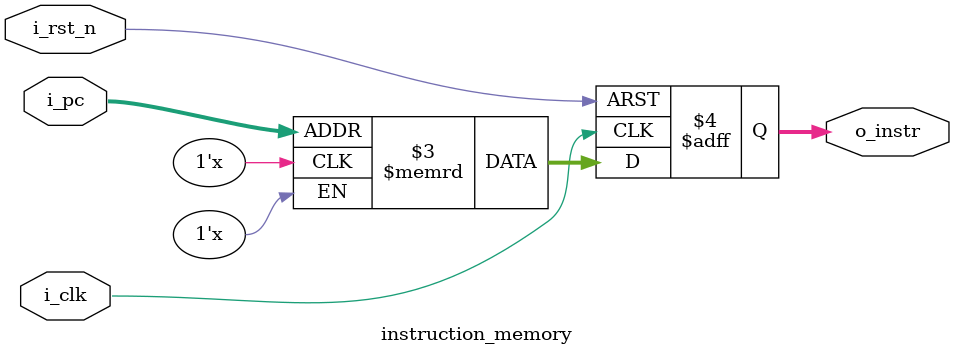
<source format=sv>
module instruction_memory
(
    input logic i_clk, i_rst_n,
    input logic [31:0] i_pc,
    output logic [31:0] o_instr
);
    // Memory array
    logic [31:0] instruction_memory [0:255];

    
    always_ff @(posedge i_clk or negedge i_rst_n) begin
        if (!i_rst_n) begin
            o_instr <= 32'b0; 
        end else begin
            o_instr <= instruction_memory[i_pc[31:0]]; 
        end
    end     
endmodule
</source>
